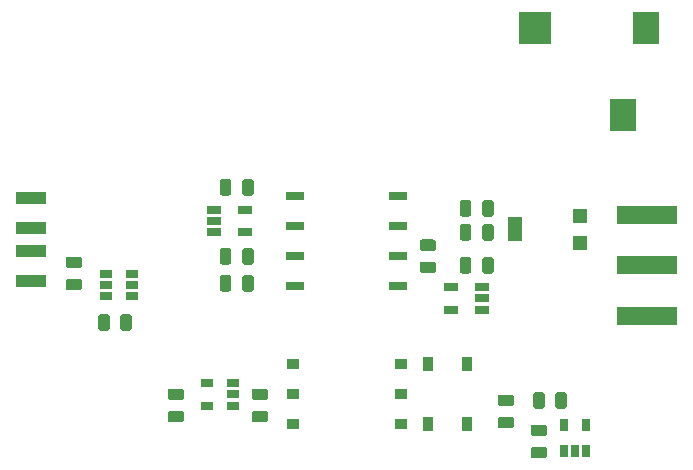
<source format=gbr>
G04 #@! TF.GenerationSoftware,KiCad,Pcbnew,5.1.5*
G04 #@! TF.CreationDate,2020-06-04T17:32:55-05:00*
G04 #@! TF.ProjectId,Receiver,52656365-6976-4657-922e-6b696361645f,rev?*
G04 #@! TF.SameCoordinates,Original*
G04 #@! TF.FileFunction,Paste,Top*
G04 #@! TF.FilePolarity,Positive*
%FSLAX46Y46*%
G04 Gerber Fmt 4.6, Leading zero omitted, Abs format (unit mm)*
G04 Created by KiCad (PCBNEW 5.1.5) date 2020-06-04 17:32:55*
%MOMM*%
%LPD*%
G04 APERTURE LIST*
%ADD10R,1.060000X0.650000*%
%ADD11C,0.100000*%
%ADD12R,0.900000X1.200000*%
%ADD13R,2.500000X1.100000*%
%ADD14R,5.080000X1.500000*%
%ADD15R,2.200000X2.800000*%
%ADD16R,2.800000X2.800000*%
%ADD17R,1.300000X1.300000*%
%ADD18R,1.300000X2.000000*%
%ADD19R,1.120000X0.960000*%
%ADD20R,1.220000X0.650000*%
%ADD21R,1.550000X0.650000*%
%ADD22R,0.650000X1.060000*%
G04 APERTURE END LIST*
D10*
X146644000Y-117282000D03*
X146644000Y-115382000D03*
X148844000Y-115382000D03*
X148844000Y-116332000D03*
X148844000Y-117282000D03*
D11*
G36*
X135862142Y-106544674D02*
G01*
X135885803Y-106548184D01*
X135909007Y-106553996D01*
X135931529Y-106562054D01*
X135953153Y-106572282D01*
X135973670Y-106584579D01*
X135992883Y-106598829D01*
X136010607Y-106614893D01*
X136026671Y-106632617D01*
X136040921Y-106651830D01*
X136053218Y-106672347D01*
X136063446Y-106693971D01*
X136071504Y-106716493D01*
X136077316Y-106739697D01*
X136080826Y-106763358D01*
X136082000Y-106787250D01*
X136082000Y-107274750D01*
X136080826Y-107298642D01*
X136077316Y-107322303D01*
X136071504Y-107345507D01*
X136063446Y-107368029D01*
X136053218Y-107389653D01*
X136040921Y-107410170D01*
X136026671Y-107429383D01*
X136010607Y-107447107D01*
X135992883Y-107463171D01*
X135973670Y-107477421D01*
X135953153Y-107489718D01*
X135931529Y-107499946D01*
X135909007Y-107508004D01*
X135885803Y-107513816D01*
X135862142Y-107517326D01*
X135838250Y-107518500D01*
X134925750Y-107518500D01*
X134901858Y-107517326D01*
X134878197Y-107513816D01*
X134854993Y-107508004D01*
X134832471Y-107499946D01*
X134810847Y-107489718D01*
X134790330Y-107477421D01*
X134771117Y-107463171D01*
X134753393Y-107447107D01*
X134737329Y-107429383D01*
X134723079Y-107410170D01*
X134710782Y-107389653D01*
X134700554Y-107368029D01*
X134692496Y-107345507D01*
X134686684Y-107322303D01*
X134683174Y-107298642D01*
X134682000Y-107274750D01*
X134682000Y-106787250D01*
X134683174Y-106763358D01*
X134686684Y-106739697D01*
X134692496Y-106716493D01*
X134700554Y-106693971D01*
X134710782Y-106672347D01*
X134723079Y-106651830D01*
X134737329Y-106632617D01*
X134753393Y-106614893D01*
X134771117Y-106598829D01*
X134790330Y-106584579D01*
X134810847Y-106572282D01*
X134832471Y-106562054D01*
X134854993Y-106553996D01*
X134878197Y-106548184D01*
X134901858Y-106544674D01*
X134925750Y-106543500D01*
X135838250Y-106543500D01*
X135862142Y-106544674D01*
G37*
G36*
X135862142Y-104669674D02*
G01*
X135885803Y-104673184D01*
X135909007Y-104678996D01*
X135931529Y-104687054D01*
X135953153Y-104697282D01*
X135973670Y-104709579D01*
X135992883Y-104723829D01*
X136010607Y-104739893D01*
X136026671Y-104757617D01*
X136040921Y-104776830D01*
X136053218Y-104797347D01*
X136063446Y-104818971D01*
X136071504Y-104841493D01*
X136077316Y-104864697D01*
X136080826Y-104888358D01*
X136082000Y-104912250D01*
X136082000Y-105399750D01*
X136080826Y-105423642D01*
X136077316Y-105447303D01*
X136071504Y-105470507D01*
X136063446Y-105493029D01*
X136053218Y-105514653D01*
X136040921Y-105535170D01*
X136026671Y-105554383D01*
X136010607Y-105572107D01*
X135992883Y-105588171D01*
X135973670Y-105602421D01*
X135953153Y-105614718D01*
X135931529Y-105624946D01*
X135909007Y-105633004D01*
X135885803Y-105638816D01*
X135862142Y-105642326D01*
X135838250Y-105643500D01*
X134925750Y-105643500D01*
X134901858Y-105642326D01*
X134878197Y-105638816D01*
X134854993Y-105633004D01*
X134832471Y-105624946D01*
X134810847Y-105614718D01*
X134790330Y-105602421D01*
X134771117Y-105588171D01*
X134753393Y-105572107D01*
X134737329Y-105554383D01*
X134723079Y-105535170D01*
X134710782Y-105514653D01*
X134700554Y-105493029D01*
X134692496Y-105470507D01*
X134686684Y-105447303D01*
X134683174Y-105423642D01*
X134682000Y-105399750D01*
X134682000Y-104912250D01*
X134683174Y-104888358D01*
X134686684Y-104864697D01*
X134692496Y-104841493D01*
X134700554Y-104818971D01*
X134710782Y-104797347D01*
X134723079Y-104776830D01*
X134737329Y-104757617D01*
X134753393Y-104739893D01*
X134771117Y-104723829D01*
X134790330Y-104709579D01*
X134810847Y-104697282D01*
X134832471Y-104687054D01*
X134854993Y-104678996D01*
X134878197Y-104673184D01*
X134901858Y-104669674D01*
X134925750Y-104668500D01*
X135838250Y-104668500D01*
X135862142Y-104669674D01*
G37*
G36*
X144498142Y-115845674D02*
G01*
X144521803Y-115849184D01*
X144545007Y-115854996D01*
X144567529Y-115863054D01*
X144589153Y-115873282D01*
X144609670Y-115885579D01*
X144628883Y-115899829D01*
X144646607Y-115915893D01*
X144662671Y-115933617D01*
X144676921Y-115952830D01*
X144689218Y-115973347D01*
X144699446Y-115994971D01*
X144707504Y-116017493D01*
X144713316Y-116040697D01*
X144716826Y-116064358D01*
X144718000Y-116088250D01*
X144718000Y-116575750D01*
X144716826Y-116599642D01*
X144713316Y-116623303D01*
X144707504Y-116646507D01*
X144699446Y-116669029D01*
X144689218Y-116690653D01*
X144676921Y-116711170D01*
X144662671Y-116730383D01*
X144646607Y-116748107D01*
X144628883Y-116764171D01*
X144609670Y-116778421D01*
X144589153Y-116790718D01*
X144567529Y-116800946D01*
X144545007Y-116809004D01*
X144521803Y-116814816D01*
X144498142Y-116818326D01*
X144474250Y-116819500D01*
X143561750Y-116819500D01*
X143537858Y-116818326D01*
X143514197Y-116814816D01*
X143490993Y-116809004D01*
X143468471Y-116800946D01*
X143446847Y-116790718D01*
X143426330Y-116778421D01*
X143407117Y-116764171D01*
X143389393Y-116748107D01*
X143373329Y-116730383D01*
X143359079Y-116711170D01*
X143346782Y-116690653D01*
X143336554Y-116669029D01*
X143328496Y-116646507D01*
X143322684Y-116623303D01*
X143319174Y-116599642D01*
X143318000Y-116575750D01*
X143318000Y-116088250D01*
X143319174Y-116064358D01*
X143322684Y-116040697D01*
X143328496Y-116017493D01*
X143336554Y-115994971D01*
X143346782Y-115973347D01*
X143359079Y-115952830D01*
X143373329Y-115933617D01*
X143389393Y-115915893D01*
X143407117Y-115899829D01*
X143426330Y-115885579D01*
X143446847Y-115873282D01*
X143468471Y-115863054D01*
X143490993Y-115854996D01*
X143514197Y-115849184D01*
X143537858Y-115845674D01*
X143561750Y-115844500D01*
X144474250Y-115844500D01*
X144498142Y-115845674D01*
G37*
G36*
X144498142Y-117720674D02*
G01*
X144521803Y-117724184D01*
X144545007Y-117729996D01*
X144567529Y-117738054D01*
X144589153Y-117748282D01*
X144609670Y-117760579D01*
X144628883Y-117774829D01*
X144646607Y-117790893D01*
X144662671Y-117808617D01*
X144676921Y-117827830D01*
X144689218Y-117848347D01*
X144699446Y-117869971D01*
X144707504Y-117892493D01*
X144713316Y-117915697D01*
X144716826Y-117939358D01*
X144718000Y-117963250D01*
X144718000Y-118450750D01*
X144716826Y-118474642D01*
X144713316Y-118498303D01*
X144707504Y-118521507D01*
X144699446Y-118544029D01*
X144689218Y-118565653D01*
X144676921Y-118586170D01*
X144662671Y-118605383D01*
X144646607Y-118623107D01*
X144628883Y-118639171D01*
X144609670Y-118653421D01*
X144589153Y-118665718D01*
X144567529Y-118675946D01*
X144545007Y-118684004D01*
X144521803Y-118689816D01*
X144498142Y-118693326D01*
X144474250Y-118694500D01*
X143561750Y-118694500D01*
X143537858Y-118693326D01*
X143514197Y-118689816D01*
X143490993Y-118684004D01*
X143468471Y-118675946D01*
X143446847Y-118665718D01*
X143426330Y-118653421D01*
X143407117Y-118639171D01*
X143389393Y-118623107D01*
X143373329Y-118605383D01*
X143359079Y-118586170D01*
X143346782Y-118565653D01*
X143336554Y-118544029D01*
X143328496Y-118521507D01*
X143322684Y-118498303D01*
X143319174Y-118474642D01*
X143318000Y-118450750D01*
X143318000Y-117963250D01*
X143319174Y-117939358D01*
X143322684Y-117915697D01*
X143328496Y-117892493D01*
X143336554Y-117869971D01*
X143346782Y-117848347D01*
X143359079Y-117827830D01*
X143373329Y-117808617D01*
X143389393Y-117790893D01*
X143407117Y-117774829D01*
X143426330Y-117760579D01*
X143446847Y-117748282D01*
X143468471Y-117738054D01*
X143490993Y-117729996D01*
X143514197Y-117724184D01*
X143537858Y-117720674D01*
X143561750Y-117719500D01*
X144474250Y-117719500D01*
X144498142Y-117720674D01*
G37*
G36*
X151610142Y-117720674D02*
G01*
X151633803Y-117724184D01*
X151657007Y-117729996D01*
X151679529Y-117738054D01*
X151701153Y-117748282D01*
X151721670Y-117760579D01*
X151740883Y-117774829D01*
X151758607Y-117790893D01*
X151774671Y-117808617D01*
X151788921Y-117827830D01*
X151801218Y-117848347D01*
X151811446Y-117869971D01*
X151819504Y-117892493D01*
X151825316Y-117915697D01*
X151828826Y-117939358D01*
X151830000Y-117963250D01*
X151830000Y-118450750D01*
X151828826Y-118474642D01*
X151825316Y-118498303D01*
X151819504Y-118521507D01*
X151811446Y-118544029D01*
X151801218Y-118565653D01*
X151788921Y-118586170D01*
X151774671Y-118605383D01*
X151758607Y-118623107D01*
X151740883Y-118639171D01*
X151721670Y-118653421D01*
X151701153Y-118665718D01*
X151679529Y-118675946D01*
X151657007Y-118684004D01*
X151633803Y-118689816D01*
X151610142Y-118693326D01*
X151586250Y-118694500D01*
X150673750Y-118694500D01*
X150649858Y-118693326D01*
X150626197Y-118689816D01*
X150602993Y-118684004D01*
X150580471Y-118675946D01*
X150558847Y-118665718D01*
X150538330Y-118653421D01*
X150519117Y-118639171D01*
X150501393Y-118623107D01*
X150485329Y-118605383D01*
X150471079Y-118586170D01*
X150458782Y-118565653D01*
X150448554Y-118544029D01*
X150440496Y-118521507D01*
X150434684Y-118498303D01*
X150431174Y-118474642D01*
X150430000Y-118450750D01*
X150430000Y-117963250D01*
X150431174Y-117939358D01*
X150434684Y-117915697D01*
X150440496Y-117892493D01*
X150448554Y-117869971D01*
X150458782Y-117848347D01*
X150471079Y-117827830D01*
X150485329Y-117808617D01*
X150501393Y-117790893D01*
X150519117Y-117774829D01*
X150538330Y-117760579D01*
X150558847Y-117748282D01*
X150580471Y-117738054D01*
X150602993Y-117729996D01*
X150626197Y-117724184D01*
X150649858Y-117720674D01*
X150673750Y-117719500D01*
X151586250Y-117719500D01*
X151610142Y-117720674D01*
G37*
G36*
X151610142Y-115845674D02*
G01*
X151633803Y-115849184D01*
X151657007Y-115854996D01*
X151679529Y-115863054D01*
X151701153Y-115873282D01*
X151721670Y-115885579D01*
X151740883Y-115899829D01*
X151758607Y-115915893D01*
X151774671Y-115933617D01*
X151788921Y-115952830D01*
X151801218Y-115973347D01*
X151811446Y-115994971D01*
X151819504Y-116017493D01*
X151825316Y-116040697D01*
X151828826Y-116064358D01*
X151830000Y-116088250D01*
X151830000Y-116575750D01*
X151828826Y-116599642D01*
X151825316Y-116623303D01*
X151819504Y-116646507D01*
X151811446Y-116669029D01*
X151801218Y-116690653D01*
X151788921Y-116711170D01*
X151774671Y-116730383D01*
X151758607Y-116748107D01*
X151740883Y-116764171D01*
X151721670Y-116778421D01*
X151701153Y-116790718D01*
X151679529Y-116800946D01*
X151657007Y-116809004D01*
X151633803Y-116814816D01*
X151610142Y-116818326D01*
X151586250Y-116819500D01*
X150673750Y-116819500D01*
X150649858Y-116818326D01*
X150626197Y-116814816D01*
X150602993Y-116809004D01*
X150580471Y-116800946D01*
X150558847Y-116790718D01*
X150538330Y-116778421D01*
X150519117Y-116764171D01*
X150501393Y-116748107D01*
X150485329Y-116730383D01*
X150471079Y-116711170D01*
X150458782Y-116690653D01*
X150448554Y-116669029D01*
X150440496Y-116646507D01*
X150434684Y-116623303D01*
X150431174Y-116599642D01*
X150430000Y-116575750D01*
X150430000Y-116088250D01*
X150431174Y-116064358D01*
X150434684Y-116040697D01*
X150440496Y-116017493D01*
X150448554Y-115994971D01*
X150458782Y-115973347D01*
X150471079Y-115952830D01*
X150485329Y-115933617D01*
X150501393Y-115915893D01*
X150519117Y-115899829D01*
X150538330Y-115885579D01*
X150558847Y-115873282D01*
X150580471Y-115863054D01*
X150602993Y-115854996D01*
X150626197Y-115849184D01*
X150649858Y-115845674D01*
X150673750Y-115844500D01*
X151586250Y-115844500D01*
X151610142Y-115845674D01*
G37*
G36*
X172438142Y-118228674D02*
G01*
X172461803Y-118232184D01*
X172485007Y-118237996D01*
X172507529Y-118246054D01*
X172529153Y-118256282D01*
X172549670Y-118268579D01*
X172568883Y-118282829D01*
X172586607Y-118298893D01*
X172602671Y-118316617D01*
X172616921Y-118335830D01*
X172629218Y-118356347D01*
X172639446Y-118377971D01*
X172647504Y-118400493D01*
X172653316Y-118423697D01*
X172656826Y-118447358D01*
X172658000Y-118471250D01*
X172658000Y-118958750D01*
X172656826Y-118982642D01*
X172653316Y-119006303D01*
X172647504Y-119029507D01*
X172639446Y-119052029D01*
X172629218Y-119073653D01*
X172616921Y-119094170D01*
X172602671Y-119113383D01*
X172586607Y-119131107D01*
X172568883Y-119147171D01*
X172549670Y-119161421D01*
X172529153Y-119173718D01*
X172507529Y-119183946D01*
X172485007Y-119192004D01*
X172461803Y-119197816D01*
X172438142Y-119201326D01*
X172414250Y-119202500D01*
X171501750Y-119202500D01*
X171477858Y-119201326D01*
X171454197Y-119197816D01*
X171430993Y-119192004D01*
X171408471Y-119183946D01*
X171386847Y-119173718D01*
X171366330Y-119161421D01*
X171347117Y-119147171D01*
X171329393Y-119131107D01*
X171313329Y-119113383D01*
X171299079Y-119094170D01*
X171286782Y-119073653D01*
X171276554Y-119052029D01*
X171268496Y-119029507D01*
X171262684Y-119006303D01*
X171259174Y-118982642D01*
X171258000Y-118958750D01*
X171258000Y-118471250D01*
X171259174Y-118447358D01*
X171262684Y-118423697D01*
X171268496Y-118400493D01*
X171276554Y-118377971D01*
X171286782Y-118356347D01*
X171299079Y-118335830D01*
X171313329Y-118316617D01*
X171329393Y-118298893D01*
X171347117Y-118282829D01*
X171366330Y-118268579D01*
X171386847Y-118256282D01*
X171408471Y-118246054D01*
X171430993Y-118237996D01*
X171454197Y-118232184D01*
X171477858Y-118228674D01*
X171501750Y-118227500D01*
X172414250Y-118227500D01*
X172438142Y-118228674D01*
G37*
G36*
X172438142Y-116353674D02*
G01*
X172461803Y-116357184D01*
X172485007Y-116362996D01*
X172507529Y-116371054D01*
X172529153Y-116381282D01*
X172549670Y-116393579D01*
X172568883Y-116407829D01*
X172586607Y-116423893D01*
X172602671Y-116441617D01*
X172616921Y-116460830D01*
X172629218Y-116481347D01*
X172639446Y-116502971D01*
X172647504Y-116525493D01*
X172653316Y-116548697D01*
X172656826Y-116572358D01*
X172658000Y-116596250D01*
X172658000Y-117083750D01*
X172656826Y-117107642D01*
X172653316Y-117131303D01*
X172647504Y-117154507D01*
X172639446Y-117177029D01*
X172629218Y-117198653D01*
X172616921Y-117219170D01*
X172602671Y-117238383D01*
X172586607Y-117256107D01*
X172568883Y-117272171D01*
X172549670Y-117286421D01*
X172529153Y-117298718D01*
X172507529Y-117308946D01*
X172485007Y-117317004D01*
X172461803Y-117322816D01*
X172438142Y-117326326D01*
X172414250Y-117327500D01*
X171501750Y-117327500D01*
X171477858Y-117326326D01*
X171454197Y-117322816D01*
X171430993Y-117317004D01*
X171408471Y-117308946D01*
X171386847Y-117298718D01*
X171366330Y-117286421D01*
X171347117Y-117272171D01*
X171329393Y-117256107D01*
X171313329Y-117238383D01*
X171299079Y-117219170D01*
X171286782Y-117198653D01*
X171276554Y-117177029D01*
X171268496Y-117154507D01*
X171262684Y-117131303D01*
X171259174Y-117107642D01*
X171258000Y-117083750D01*
X171258000Y-116596250D01*
X171259174Y-116572358D01*
X171262684Y-116548697D01*
X171268496Y-116525493D01*
X171276554Y-116502971D01*
X171286782Y-116481347D01*
X171299079Y-116460830D01*
X171313329Y-116441617D01*
X171329393Y-116423893D01*
X171347117Y-116407829D01*
X171366330Y-116393579D01*
X171386847Y-116381282D01*
X171408471Y-116371054D01*
X171430993Y-116362996D01*
X171454197Y-116357184D01*
X171477858Y-116353674D01*
X171501750Y-116352500D01*
X172414250Y-116352500D01*
X172438142Y-116353674D01*
G37*
G36*
X175232142Y-118893674D02*
G01*
X175255803Y-118897184D01*
X175279007Y-118902996D01*
X175301529Y-118911054D01*
X175323153Y-118921282D01*
X175343670Y-118933579D01*
X175362883Y-118947829D01*
X175380607Y-118963893D01*
X175396671Y-118981617D01*
X175410921Y-119000830D01*
X175423218Y-119021347D01*
X175433446Y-119042971D01*
X175441504Y-119065493D01*
X175447316Y-119088697D01*
X175450826Y-119112358D01*
X175452000Y-119136250D01*
X175452000Y-119623750D01*
X175450826Y-119647642D01*
X175447316Y-119671303D01*
X175441504Y-119694507D01*
X175433446Y-119717029D01*
X175423218Y-119738653D01*
X175410921Y-119759170D01*
X175396671Y-119778383D01*
X175380607Y-119796107D01*
X175362883Y-119812171D01*
X175343670Y-119826421D01*
X175323153Y-119838718D01*
X175301529Y-119848946D01*
X175279007Y-119857004D01*
X175255803Y-119862816D01*
X175232142Y-119866326D01*
X175208250Y-119867500D01*
X174295750Y-119867500D01*
X174271858Y-119866326D01*
X174248197Y-119862816D01*
X174224993Y-119857004D01*
X174202471Y-119848946D01*
X174180847Y-119838718D01*
X174160330Y-119826421D01*
X174141117Y-119812171D01*
X174123393Y-119796107D01*
X174107329Y-119778383D01*
X174093079Y-119759170D01*
X174080782Y-119738653D01*
X174070554Y-119717029D01*
X174062496Y-119694507D01*
X174056684Y-119671303D01*
X174053174Y-119647642D01*
X174052000Y-119623750D01*
X174052000Y-119136250D01*
X174053174Y-119112358D01*
X174056684Y-119088697D01*
X174062496Y-119065493D01*
X174070554Y-119042971D01*
X174080782Y-119021347D01*
X174093079Y-119000830D01*
X174107329Y-118981617D01*
X174123393Y-118963893D01*
X174141117Y-118947829D01*
X174160330Y-118933579D01*
X174180847Y-118921282D01*
X174202471Y-118911054D01*
X174224993Y-118902996D01*
X174248197Y-118897184D01*
X174271858Y-118893674D01*
X174295750Y-118892500D01*
X175208250Y-118892500D01*
X175232142Y-118893674D01*
G37*
G36*
X175232142Y-120768674D02*
G01*
X175255803Y-120772184D01*
X175279007Y-120777996D01*
X175301529Y-120786054D01*
X175323153Y-120796282D01*
X175343670Y-120808579D01*
X175362883Y-120822829D01*
X175380607Y-120838893D01*
X175396671Y-120856617D01*
X175410921Y-120875830D01*
X175423218Y-120896347D01*
X175433446Y-120917971D01*
X175441504Y-120940493D01*
X175447316Y-120963697D01*
X175450826Y-120987358D01*
X175452000Y-121011250D01*
X175452000Y-121498750D01*
X175450826Y-121522642D01*
X175447316Y-121546303D01*
X175441504Y-121569507D01*
X175433446Y-121592029D01*
X175423218Y-121613653D01*
X175410921Y-121634170D01*
X175396671Y-121653383D01*
X175380607Y-121671107D01*
X175362883Y-121687171D01*
X175343670Y-121701421D01*
X175323153Y-121713718D01*
X175301529Y-121723946D01*
X175279007Y-121732004D01*
X175255803Y-121737816D01*
X175232142Y-121741326D01*
X175208250Y-121742500D01*
X174295750Y-121742500D01*
X174271858Y-121741326D01*
X174248197Y-121737816D01*
X174224993Y-121732004D01*
X174202471Y-121723946D01*
X174180847Y-121713718D01*
X174160330Y-121701421D01*
X174141117Y-121687171D01*
X174123393Y-121671107D01*
X174107329Y-121653383D01*
X174093079Y-121634170D01*
X174080782Y-121613653D01*
X174070554Y-121592029D01*
X174062496Y-121569507D01*
X174056684Y-121546303D01*
X174053174Y-121522642D01*
X174052000Y-121498750D01*
X174052000Y-121011250D01*
X174053174Y-120987358D01*
X174056684Y-120963697D01*
X174062496Y-120940493D01*
X174070554Y-120917971D01*
X174080782Y-120896347D01*
X174093079Y-120875830D01*
X174107329Y-120856617D01*
X174123393Y-120838893D01*
X174141117Y-120822829D01*
X174160330Y-120808579D01*
X174180847Y-120796282D01*
X174202471Y-120786054D01*
X174224993Y-120777996D01*
X174248197Y-120772184D01*
X174271858Y-120768674D01*
X174295750Y-120767500D01*
X175208250Y-120767500D01*
X175232142Y-120768674D01*
G37*
G36*
X176894642Y-116141174D02*
G01*
X176918303Y-116144684D01*
X176941507Y-116150496D01*
X176964029Y-116158554D01*
X176985653Y-116168782D01*
X177006170Y-116181079D01*
X177025383Y-116195329D01*
X177043107Y-116211393D01*
X177059171Y-116229117D01*
X177073421Y-116248330D01*
X177085718Y-116268847D01*
X177095946Y-116290471D01*
X177104004Y-116312993D01*
X177109816Y-116336197D01*
X177113326Y-116359858D01*
X177114500Y-116383750D01*
X177114500Y-117296250D01*
X177113326Y-117320142D01*
X177109816Y-117343803D01*
X177104004Y-117367007D01*
X177095946Y-117389529D01*
X177085718Y-117411153D01*
X177073421Y-117431670D01*
X177059171Y-117450883D01*
X177043107Y-117468607D01*
X177025383Y-117484671D01*
X177006170Y-117498921D01*
X176985653Y-117511218D01*
X176964029Y-117521446D01*
X176941507Y-117529504D01*
X176918303Y-117535316D01*
X176894642Y-117538826D01*
X176870750Y-117540000D01*
X176383250Y-117540000D01*
X176359358Y-117538826D01*
X176335697Y-117535316D01*
X176312493Y-117529504D01*
X176289971Y-117521446D01*
X176268347Y-117511218D01*
X176247830Y-117498921D01*
X176228617Y-117484671D01*
X176210893Y-117468607D01*
X176194829Y-117450883D01*
X176180579Y-117431670D01*
X176168282Y-117411153D01*
X176158054Y-117389529D01*
X176149996Y-117367007D01*
X176144184Y-117343803D01*
X176140674Y-117320142D01*
X176139500Y-117296250D01*
X176139500Y-116383750D01*
X176140674Y-116359858D01*
X176144184Y-116336197D01*
X176149996Y-116312993D01*
X176158054Y-116290471D01*
X176168282Y-116268847D01*
X176180579Y-116248330D01*
X176194829Y-116229117D01*
X176210893Y-116211393D01*
X176228617Y-116195329D01*
X176247830Y-116181079D01*
X176268347Y-116168782D01*
X176289971Y-116158554D01*
X176312493Y-116150496D01*
X176335697Y-116144684D01*
X176359358Y-116141174D01*
X176383250Y-116140000D01*
X176870750Y-116140000D01*
X176894642Y-116141174D01*
G37*
G36*
X175019642Y-116141174D02*
G01*
X175043303Y-116144684D01*
X175066507Y-116150496D01*
X175089029Y-116158554D01*
X175110653Y-116168782D01*
X175131170Y-116181079D01*
X175150383Y-116195329D01*
X175168107Y-116211393D01*
X175184171Y-116229117D01*
X175198421Y-116248330D01*
X175210718Y-116268847D01*
X175220946Y-116290471D01*
X175229004Y-116312993D01*
X175234816Y-116336197D01*
X175238326Y-116359858D01*
X175239500Y-116383750D01*
X175239500Y-117296250D01*
X175238326Y-117320142D01*
X175234816Y-117343803D01*
X175229004Y-117367007D01*
X175220946Y-117389529D01*
X175210718Y-117411153D01*
X175198421Y-117431670D01*
X175184171Y-117450883D01*
X175168107Y-117468607D01*
X175150383Y-117484671D01*
X175131170Y-117498921D01*
X175110653Y-117511218D01*
X175089029Y-117521446D01*
X175066507Y-117529504D01*
X175043303Y-117535316D01*
X175019642Y-117538826D01*
X174995750Y-117540000D01*
X174508250Y-117540000D01*
X174484358Y-117538826D01*
X174460697Y-117535316D01*
X174437493Y-117529504D01*
X174414971Y-117521446D01*
X174393347Y-117511218D01*
X174372830Y-117498921D01*
X174353617Y-117484671D01*
X174335893Y-117468607D01*
X174319829Y-117450883D01*
X174305579Y-117431670D01*
X174293282Y-117411153D01*
X174283054Y-117389529D01*
X174274996Y-117367007D01*
X174269184Y-117343803D01*
X174265674Y-117320142D01*
X174264500Y-117296250D01*
X174264500Y-116383750D01*
X174265674Y-116359858D01*
X174269184Y-116336197D01*
X174274996Y-116312993D01*
X174283054Y-116290471D01*
X174293282Y-116268847D01*
X174305579Y-116248330D01*
X174319829Y-116229117D01*
X174335893Y-116211393D01*
X174353617Y-116195329D01*
X174372830Y-116181079D01*
X174393347Y-116168782D01*
X174414971Y-116158554D01*
X174437493Y-116150496D01*
X174460697Y-116144684D01*
X174484358Y-116141174D01*
X174508250Y-116140000D01*
X174995750Y-116140000D01*
X175019642Y-116141174D01*
G37*
G36*
X168826642Y-104711174D02*
G01*
X168850303Y-104714684D01*
X168873507Y-104720496D01*
X168896029Y-104728554D01*
X168917653Y-104738782D01*
X168938170Y-104751079D01*
X168957383Y-104765329D01*
X168975107Y-104781393D01*
X168991171Y-104799117D01*
X169005421Y-104818330D01*
X169017718Y-104838847D01*
X169027946Y-104860471D01*
X169036004Y-104882993D01*
X169041816Y-104906197D01*
X169045326Y-104929858D01*
X169046500Y-104953750D01*
X169046500Y-105866250D01*
X169045326Y-105890142D01*
X169041816Y-105913803D01*
X169036004Y-105937007D01*
X169027946Y-105959529D01*
X169017718Y-105981153D01*
X169005421Y-106001670D01*
X168991171Y-106020883D01*
X168975107Y-106038607D01*
X168957383Y-106054671D01*
X168938170Y-106068921D01*
X168917653Y-106081218D01*
X168896029Y-106091446D01*
X168873507Y-106099504D01*
X168850303Y-106105316D01*
X168826642Y-106108826D01*
X168802750Y-106110000D01*
X168315250Y-106110000D01*
X168291358Y-106108826D01*
X168267697Y-106105316D01*
X168244493Y-106099504D01*
X168221971Y-106091446D01*
X168200347Y-106081218D01*
X168179830Y-106068921D01*
X168160617Y-106054671D01*
X168142893Y-106038607D01*
X168126829Y-106020883D01*
X168112579Y-106001670D01*
X168100282Y-105981153D01*
X168090054Y-105959529D01*
X168081996Y-105937007D01*
X168076184Y-105913803D01*
X168072674Y-105890142D01*
X168071500Y-105866250D01*
X168071500Y-104953750D01*
X168072674Y-104929858D01*
X168076184Y-104906197D01*
X168081996Y-104882993D01*
X168090054Y-104860471D01*
X168100282Y-104838847D01*
X168112579Y-104818330D01*
X168126829Y-104799117D01*
X168142893Y-104781393D01*
X168160617Y-104765329D01*
X168179830Y-104751079D01*
X168200347Y-104738782D01*
X168221971Y-104728554D01*
X168244493Y-104720496D01*
X168267697Y-104714684D01*
X168291358Y-104711174D01*
X168315250Y-104710000D01*
X168802750Y-104710000D01*
X168826642Y-104711174D01*
G37*
G36*
X170701642Y-104711174D02*
G01*
X170725303Y-104714684D01*
X170748507Y-104720496D01*
X170771029Y-104728554D01*
X170792653Y-104738782D01*
X170813170Y-104751079D01*
X170832383Y-104765329D01*
X170850107Y-104781393D01*
X170866171Y-104799117D01*
X170880421Y-104818330D01*
X170892718Y-104838847D01*
X170902946Y-104860471D01*
X170911004Y-104882993D01*
X170916816Y-104906197D01*
X170920326Y-104929858D01*
X170921500Y-104953750D01*
X170921500Y-105866250D01*
X170920326Y-105890142D01*
X170916816Y-105913803D01*
X170911004Y-105937007D01*
X170902946Y-105959529D01*
X170892718Y-105981153D01*
X170880421Y-106001670D01*
X170866171Y-106020883D01*
X170850107Y-106038607D01*
X170832383Y-106054671D01*
X170813170Y-106068921D01*
X170792653Y-106081218D01*
X170771029Y-106091446D01*
X170748507Y-106099504D01*
X170725303Y-106105316D01*
X170701642Y-106108826D01*
X170677750Y-106110000D01*
X170190250Y-106110000D01*
X170166358Y-106108826D01*
X170142697Y-106105316D01*
X170119493Y-106099504D01*
X170096971Y-106091446D01*
X170075347Y-106081218D01*
X170054830Y-106068921D01*
X170035617Y-106054671D01*
X170017893Y-106038607D01*
X170001829Y-106020883D01*
X169987579Y-106001670D01*
X169975282Y-105981153D01*
X169965054Y-105959529D01*
X169956996Y-105937007D01*
X169951184Y-105913803D01*
X169947674Y-105890142D01*
X169946500Y-105866250D01*
X169946500Y-104953750D01*
X169947674Y-104929858D01*
X169951184Y-104906197D01*
X169956996Y-104882993D01*
X169965054Y-104860471D01*
X169975282Y-104838847D01*
X169987579Y-104818330D01*
X170001829Y-104799117D01*
X170017893Y-104781393D01*
X170035617Y-104765329D01*
X170054830Y-104751079D01*
X170075347Y-104738782D01*
X170096971Y-104728554D01*
X170119493Y-104720496D01*
X170142697Y-104714684D01*
X170166358Y-104711174D01*
X170190250Y-104710000D01*
X170677750Y-104710000D01*
X170701642Y-104711174D01*
G37*
G36*
X165834142Y-105099174D02*
G01*
X165857803Y-105102684D01*
X165881007Y-105108496D01*
X165903529Y-105116554D01*
X165925153Y-105126782D01*
X165945670Y-105139079D01*
X165964883Y-105153329D01*
X165982607Y-105169393D01*
X165998671Y-105187117D01*
X166012921Y-105206330D01*
X166025218Y-105226847D01*
X166035446Y-105248471D01*
X166043504Y-105270993D01*
X166049316Y-105294197D01*
X166052826Y-105317858D01*
X166054000Y-105341750D01*
X166054000Y-105829250D01*
X166052826Y-105853142D01*
X166049316Y-105876803D01*
X166043504Y-105900007D01*
X166035446Y-105922529D01*
X166025218Y-105944153D01*
X166012921Y-105964670D01*
X165998671Y-105983883D01*
X165982607Y-106001607D01*
X165964883Y-106017671D01*
X165945670Y-106031921D01*
X165925153Y-106044218D01*
X165903529Y-106054446D01*
X165881007Y-106062504D01*
X165857803Y-106068316D01*
X165834142Y-106071826D01*
X165810250Y-106073000D01*
X164897750Y-106073000D01*
X164873858Y-106071826D01*
X164850197Y-106068316D01*
X164826993Y-106062504D01*
X164804471Y-106054446D01*
X164782847Y-106044218D01*
X164762330Y-106031921D01*
X164743117Y-106017671D01*
X164725393Y-106001607D01*
X164709329Y-105983883D01*
X164695079Y-105964670D01*
X164682782Y-105944153D01*
X164672554Y-105922529D01*
X164664496Y-105900007D01*
X164658684Y-105876803D01*
X164655174Y-105853142D01*
X164654000Y-105829250D01*
X164654000Y-105341750D01*
X164655174Y-105317858D01*
X164658684Y-105294197D01*
X164664496Y-105270993D01*
X164672554Y-105248471D01*
X164682782Y-105226847D01*
X164695079Y-105206330D01*
X164709329Y-105187117D01*
X164725393Y-105169393D01*
X164743117Y-105153329D01*
X164762330Y-105139079D01*
X164782847Y-105126782D01*
X164804471Y-105116554D01*
X164826993Y-105108496D01*
X164850197Y-105102684D01*
X164873858Y-105099174D01*
X164897750Y-105098000D01*
X165810250Y-105098000D01*
X165834142Y-105099174D01*
G37*
G36*
X165834142Y-103224174D02*
G01*
X165857803Y-103227684D01*
X165881007Y-103233496D01*
X165903529Y-103241554D01*
X165925153Y-103251782D01*
X165945670Y-103264079D01*
X165964883Y-103278329D01*
X165982607Y-103294393D01*
X165998671Y-103312117D01*
X166012921Y-103331330D01*
X166025218Y-103351847D01*
X166035446Y-103373471D01*
X166043504Y-103395993D01*
X166049316Y-103419197D01*
X166052826Y-103442858D01*
X166054000Y-103466750D01*
X166054000Y-103954250D01*
X166052826Y-103978142D01*
X166049316Y-104001803D01*
X166043504Y-104025007D01*
X166035446Y-104047529D01*
X166025218Y-104069153D01*
X166012921Y-104089670D01*
X165998671Y-104108883D01*
X165982607Y-104126607D01*
X165964883Y-104142671D01*
X165945670Y-104156921D01*
X165925153Y-104169218D01*
X165903529Y-104179446D01*
X165881007Y-104187504D01*
X165857803Y-104193316D01*
X165834142Y-104196826D01*
X165810250Y-104198000D01*
X164897750Y-104198000D01*
X164873858Y-104196826D01*
X164850197Y-104193316D01*
X164826993Y-104187504D01*
X164804471Y-104179446D01*
X164782847Y-104169218D01*
X164762330Y-104156921D01*
X164743117Y-104142671D01*
X164725393Y-104126607D01*
X164709329Y-104108883D01*
X164695079Y-104089670D01*
X164682782Y-104069153D01*
X164672554Y-104047529D01*
X164664496Y-104025007D01*
X164658684Y-104001803D01*
X164655174Y-103978142D01*
X164654000Y-103954250D01*
X164654000Y-103466750D01*
X164655174Y-103442858D01*
X164658684Y-103419197D01*
X164664496Y-103395993D01*
X164672554Y-103373471D01*
X164682782Y-103351847D01*
X164695079Y-103331330D01*
X164709329Y-103312117D01*
X164725393Y-103294393D01*
X164743117Y-103278329D01*
X164762330Y-103264079D01*
X164782847Y-103251782D01*
X164804471Y-103241554D01*
X164826993Y-103233496D01*
X164850197Y-103227684D01*
X164873858Y-103224174D01*
X164897750Y-103223000D01*
X165810250Y-103223000D01*
X165834142Y-103224174D01*
G37*
G36*
X150381642Y-98107174D02*
G01*
X150405303Y-98110684D01*
X150428507Y-98116496D01*
X150451029Y-98124554D01*
X150472653Y-98134782D01*
X150493170Y-98147079D01*
X150512383Y-98161329D01*
X150530107Y-98177393D01*
X150546171Y-98195117D01*
X150560421Y-98214330D01*
X150572718Y-98234847D01*
X150582946Y-98256471D01*
X150591004Y-98278993D01*
X150596816Y-98302197D01*
X150600326Y-98325858D01*
X150601500Y-98349750D01*
X150601500Y-99262250D01*
X150600326Y-99286142D01*
X150596816Y-99309803D01*
X150591004Y-99333007D01*
X150582946Y-99355529D01*
X150572718Y-99377153D01*
X150560421Y-99397670D01*
X150546171Y-99416883D01*
X150530107Y-99434607D01*
X150512383Y-99450671D01*
X150493170Y-99464921D01*
X150472653Y-99477218D01*
X150451029Y-99487446D01*
X150428507Y-99495504D01*
X150405303Y-99501316D01*
X150381642Y-99504826D01*
X150357750Y-99506000D01*
X149870250Y-99506000D01*
X149846358Y-99504826D01*
X149822697Y-99501316D01*
X149799493Y-99495504D01*
X149776971Y-99487446D01*
X149755347Y-99477218D01*
X149734830Y-99464921D01*
X149715617Y-99450671D01*
X149697893Y-99434607D01*
X149681829Y-99416883D01*
X149667579Y-99397670D01*
X149655282Y-99377153D01*
X149645054Y-99355529D01*
X149636996Y-99333007D01*
X149631184Y-99309803D01*
X149627674Y-99286142D01*
X149626500Y-99262250D01*
X149626500Y-98349750D01*
X149627674Y-98325858D01*
X149631184Y-98302197D01*
X149636996Y-98278993D01*
X149645054Y-98256471D01*
X149655282Y-98234847D01*
X149667579Y-98214330D01*
X149681829Y-98195117D01*
X149697893Y-98177393D01*
X149715617Y-98161329D01*
X149734830Y-98147079D01*
X149755347Y-98134782D01*
X149776971Y-98124554D01*
X149799493Y-98116496D01*
X149822697Y-98110684D01*
X149846358Y-98107174D01*
X149870250Y-98106000D01*
X150357750Y-98106000D01*
X150381642Y-98107174D01*
G37*
G36*
X148506642Y-98107174D02*
G01*
X148530303Y-98110684D01*
X148553507Y-98116496D01*
X148576029Y-98124554D01*
X148597653Y-98134782D01*
X148618170Y-98147079D01*
X148637383Y-98161329D01*
X148655107Y-98177393D01*
X148671171Y-98195117D01*
X148685421Y-98214330D01*
X148697718Y-98234847D01*
X148707946Y-98256471D01*
X148716004Y-98278993D01*
X148721816Y-98302197D01*
X148725326Y-98325858D01*
X148726500Y-98349750D01*
X148726500Y-99262250D01*
X148725326Y-99286142D01*
X148721816Y-99309803D01*
X148716004Y-99333007D01*
X148707946Y-99355529D01*
X148697718Y-99377153D01*
X148685421Y-99397670D01*
X148671171Y-99416883D01*
X148655107Y-99434607D01*
X148637383Y-99450671D01*
X148618170Y-99464921D01*
X148597653Y-99477218D01*
X148576029Y-99487446D01*
X148553507Y-99495504D01*
X148530303Y-99501316D01*
X148506642Y-99504826D01*
X148482750Y-99506000D01*
X147995250Y-99506000D01*
X147971358Y-99504826D01*
X147947697Y-99501316D01*
X147924493Y-99495504D01*
X147901971Y-99487446D01*
X147880347Y-99477218D01*
X147859830Y-99464921D01*
X147840617Y-99450671D01*
X147822893Y-99434607D01*
X147806829Y-99416883D01*
X147792579Y-99397670D01*
X147780282Y-99377153D01*
X147770054Y-99355529D01*
X147761996Y-99333007D01*
X147756184Y-99309803D01*
X147752674Y-99286142D01*
X147751500Y-99262250D01*
X147751500Y-98349750D01*
X147752674Y-98325858D01*
X147756184Y-98302197D01*
X147761996Y-98278993D01*
X147770054Y-98256471D01*
X147780282Y-98234847D01*
X147792579Y-98214330D01*
X147806829Y-98195117D01*
X147822893Y-98177393D01*
X147840617Y-98161329D01*
X147859830Y-98147079D01*
X147880347Y-98134782D01*
X147901971Y-98124554D01*
X147924493Y-98116496D01*
X147947697Y-98110684D01*
X147971358Y-98107174D01*
X147995250Y-98106000D01*
X148482750Y-98106000D01*
X148506642Y-98107174D01*
G37*
G36*
X150381642Y-106235174D02*
G01*
X150405303Y-106238684D01*
X150428507Y-106244496D01*
X150451029Y-106252554D01*
X150472653Y-106262782D01*
X150493170Y-106275079D01*
X150512383Y-106289329D01*
X150530107Y-106305393D01*
X150546171Y-106323117D01*
X150560421Y-106342330D01*
X150572718Y-106362847D01*
X150582946Y-106384471D01*
X150591004Y-106406993D01*
X150596816Y-106430197D01*
X150600326Y-106453858D01*
X150601500Y-106477750D01*
X150601500Y-107390250D01*
X150600326Y-107414142D01*
X150596816Y-107437803D01*
X150591004Y-107461007D01*
X150582946Y-107483529D01*
X150572718Y-107505153D01*
X150560421Y-107525670D01*
X150546171Y-107544883D01*
X150530107Y-107562607D01*
X150512383Y-107578671D01*
X150493170Y-107592921D01*
X150472653Y-107605218D01*
X150451029Y-107615446D01*
X150428507Y-107623504D01*
X150405303Y-107629316D01*
X150381642Y-107632826D01*
X150357750Y-107634000D01*
X149870250Y-107634000D01*
X149846358Y-107632826D01*
X149822697Y-107629316D01*
X149799493Y-107623504D01*
X149776971Y-107615446D01*
X149755347Y-107605218D01*
X149734830Y-107592921D01*
X149715617Y-107578671D01*
X149697893Y-107562607D01*
X149681829Y-107544883D01*
X149667579Y-107525670D01*
X149655282Y-107505153D01*
X149645054Y-107483529D01*
X149636996Y-107461007D01*
X149631184Y-107437803D01*
X149627674Y-107414142D01*
X149626500Y-107390250D01*
X149626500Y-106477750D01*
X149627674Y-106453858D01*
X149631184Y-106430197D01*
X149636996Y-106406993D01*
X149645054Y-106384471D01*
X149655282Y-106362847D01*
X149667579Y-106342330D01*
X149681829Y-106323117D01*
X149697893Y-106305393D01*
X149715617Y-106289329D01*
X149734830Y-106275079D01*
X149755347Y-106262782D01*
X149776971Y-106252554D01*
X149799493Y-106244496D01*
X149822697Y-106238684D01*
X149846358Y-106235174D01*
X149870250Y-106234000D01*
X150357750Y-106234000D01*
X150381642Y-106235174D01*
G37*
G36*
X148506642Y-106235174D02*
G01*
X148530303Y-106238684D01*
X148553507Y-106244496D01*
X148576029Y-106252554D01*
X148597653Y-106262782D01*
X148618170Y-106275079D01*
X148637383Y-106289329D01*
X148655107Y-106305393D01*
X148671171Y-106323117D01*
X148685421Y-106342330D01*
X148697718Y-106362847D01*
X148707946Y-106384471D01*
X148716004Y-106406993D01*
X148721816Y-106430197D01*
X148725326Y-106453858D01*
X148726500Y-106477750D01*
X148726500Y-107390250D01*
X148725326Y-107414142D01*
X148721816Y-107437803D01*
X148716004Y-107461007D01*
X148707946Y-107483529D01*
X148697718Y-107505153D01*
X148685421Y-107525670D01*
X148671171Y-107544883D01*
X148655107Y-107562607D01*
X148637383Y-107578671D01*
X148618170Y-107592921D01*
X148597653Y-107605218D01*
X148576029Y-107615446D01*
X148553507Y-107623504D01*
X148530303Y-107629316D01*
X148506642Y-107632826D01*
X148482750Y-107634000D01*
X147995250Y-107634000D01*
X147971358Y-107632826D01*
X147947697Y-107629316D01*
X147924493Y-107623504D01*
X147901971Y-107615446D01*
X147880347Y-107605218D01*
X147859830Y-107592921D01*
X147840617Y-107578671D01*
X147822893Y-107562607D01*
X147806829Y-107544883D01*
X147792579Y-107525670D01*
X147780282Y-107505153D01*
X147770054Y-107483529D01*
X147761996Y-107461007D01*
X147756184Y-107437803D01*
X147752674Y-107414142D01*
X147751500Y-107390250D01*
X147751500Y-106477750D01*
X147752674Y-106453858D01*
X147756184Y-106430197D01*
X147761996Y-106406993D01*
X147770054Y-106384471D01*
X147780282Y-106362847D01*
X147792579Y-106342330D01*
X147806829Y-106323117D01*
X147822893Y-106305393D01*
X147840617Y-106289329D01*
X147859830Y-106275079D01*
X147880347Y-106262782D01*
X147901971Y-106252554D01*
X147924493Y-106244496D01*
X147947697Y-106238684D01*
X147971358Y-106235174D01*
X147995250Y-106234000D01*
X148482750Y-106234000D01*
X148506642Y-106235174D01*
G37*
D12*
X168654000Y-113792000D03*
X165354000Y-113792000D03*
X165354000Y-118872000D03*
X168654000Y-118872000D03*
D13*
X131782000Y-104236000D03*
X131782000Y-102236000D03*
X131782000Y-106736000D03*
X131782000Y-99736000D03*
D14*
X183896000Y-109660000D03*
X183896000Y-101160000D03*
X183896000Y-105410000D03*
D15*
X181864000Y-92710000D03*
X183864000Y-85310000D03*
D16*
X174464000Y-85310000D03*
D11*
G36*
X140064642Y-109537174D02*
G01*
X140088303Y-109540684D01*
X140111507Y-109546496D01*
X140134029Y-109554554D01*
X140155653Y-109564782D01*
X140176170Y-109577079D01*
X140195383Y-109591329D01*
X140213107Y-109607393D01*
X140229171Y-109625117D01*
X140243421Y-109644330D01*
X140255718Y-109664847D01*
X140265946Y-109686471D01*
X140274004Y-109708993D01*
X140279816Y-109732197D01*
X140283326Y-109755858D01*
X140284500Y-109779750D01*
X140284500Y-110692250D01*
X140283326Y-110716142D01*
X140279816Y-110739803D01*
X140274004Y-110763007D01*
X140265946Y-110785529D01*
X140255718Y-110807153D01*
X140243421Y-110827670D01*
X140229171Y-110846883D01*
X140213107Y-110864607D01*
X140195383Y-110880671D01*
X140176170Y-110894921D01*
X140155653Y-110907218D01*
X140134029Y-110917446D01*
X140111507Y-110925504D01*
X140088303Y-110931316D01*
X140064642Y-110934826D01*
X140040750Y-110936000D01*
X139553250Y-110936000D01*
X139529358Y-110934826D01*
X139505697Y-110931316D01*
X139482493Y-110925504D01*
X139459971Y-110917446D01*
X139438347Y-110907218D01*
X139417830Y-110894921D01*
X139398617Y-110880671D01*
X139380893Y-110864607D01*
X139364829Y-110846883D01*
X139350579Y-110827670D01*
X139338282Y-110807153D01*
X139328054Y-110785529D01*
X139319996Y-110763007D01*
X139314184Y-110739803D01*
X139310674Y-110716142D01*
X139309500Y-110692250D01*
X139309500Y-109779750D01*
X139310674Y-109755858D01*
X139314184Y-109732197D01*
X139319996Y-109708993D01*
X139328054Y-109686471D01*
X139338282Y-109664847D01*
X139350579Y-109644330D01*
X139364829Y-109625117D01*
X139380893Y-109607393D01*
X139398617Y-109591329D01*
X139417830Y-109577079D01*
X139438347Y-109564782D01*
X139459971Y-109554554D01*
X139482493Y-109546496D01*
X139505697Y-109540684D01*
X139529358Y-109537174D01*
X139553250Y-109536000D01*
X140040750Y-109536000D01*
X140064642Y-109537174D01*
G37*
G36*
X138189642Y-109537174D02*
G01*
X138213303Y-109540684D01*
X138236507Y-109546496D01*
X138259029Y-109554554D01*
X138280653Y-109564782D01*
X138301170Y-109577079D01*
X138320383Y-109591329D01*
X138338107Y-109607393D01*
X138354171Y-109625117D01*
X138368421Y-109644330D01*
X138380718Y-109664847D01*
X138390946Y-109686471D01*
X138399004Y-109708993D01*
X138404816Y-109732197D01*
X138408326Y-109755858D01*
X138409500Y-109779750D01*
X138409500Y-110692250D01*
X138408326Y-110716142D01*
X138404816Y-110739803D01*
X138399004Y-110763007D01*
X138390946Y-110785529D01*
X138380718Y-110807153D01*
X138368421Y-110827670D01*
X138354171Y-110846883D01*
X138338107Y-110864607D01*
X138320383Y-110880671D01*
X138301170Y-110894921D01*
X138280653Y-110907218D01*
X138259029Y-110917446D01*
X138236507Y-110925504D01*
X138213303Y-110931316D01*
X138189642Y-110934826D01*
X138165750Y-110936000D01*
X137678250Y-110936000D01*
X137654358Y-110934826D01*
X137630697Y-110931316D01*
X137607493Y-110925504D01*
X137584971Y-110917446D01*
X137563347Y-110907218D01*
X137542830Y-110894921D01*
X137523617Y-110880671D01*
X137505893Y-110864607D01*
X137489829Y-110846883D01*
X137475579Y-110827670D01*
X137463282Y-110807153D01*
X137453054Y-110785529D01*
X137444996Y-110763007D01*
X137439184Y-110739803D01*
X137435674Y-110716142D01*
X137434500Y-110692250D01*
X137434500Y-109779750D01*
X137435674Y-109755858D01*
X137439184Y-109732197D01*
X137444996Y-109708993D01*
X137453054Y-109686471D01*
X137463282Y-109664847D01*
X137475579Y-109644330D01*
X137489829Y-109625117D01*
X137505893Y-109607393D01*
X137523617Y-109591329D01*
X137542830Y-109577079D01*
X137563347Y-109564782D01*
X137584971Y-109554554D01*
X137607493Y-109546496D01*
X137630697Y-109540684D01*
X137654358Y-109537174D01*
X137678250Y-109536000D01*
X138165750Y-109536000D01*
X138189642Y-109537174D01*
G37*
G36*
X170701642Y-101917174D02*
G01*
X170725303Y-101920684D01*
X170748507Y-101926496D01*
X170771029Y-101934554D01*
X170792653Y-101944782D01*
X170813170Y-101957079D01*
X170832383Y-101971329D01*
X170850107Y-101987393D01*
X170866171Y-102005117D01*
X170880421Y-102024330D01*
X170892718Y-102044847D01*
X170902946Y-102066471D01*
X170911004Y-102088993D01*
X170916816Y-102112197D01*
X170920326Y-102135858D01*
X170921500Y-102159750D01*
X170921500Y-103072250D01*
X170920326Y-103096142D01*
X170916816Y-103119803D01*
X170911004Y-103143007D01*
X170902946Y-103165529D01*
X170892718Y-103187153D01*
X170880421Y-103207670D01*
X170866171Y-103226883D01*
X170850107Y-103244607D01*
X170832383Y-103260671D01*
X170813170Y-103274921D01*
X170792653Y-103287218D01*
X170771029Y-103297446D01*
X170748507Y-103305504D01*
X170725303Y-103311316D01*
X170701642Y-103314826D01*
X170677750Y-103316000D01*
X170190250Y-103316000D01*
X170166358Y-103314826D01*
X170142697Y-103311316D01*
X170119493Y-103305504D01*
X170096971Y-103297446D01*
X170075347Y-103287218D01*
X170054830Y-103274921D01*
X170035617Y-103260671D01*
X170017893Y-103244607D01*
X170001829Y-103226883D01*
X169987579Y-103207670D01*
X169975282Y-103187153D01*
X169965054Y-103165529D01*
X169956996Y-103143007D01*
X169951184Y-103119803D01*
X169947674Y-103096142D01*
X169946500Y-103072250D01*
X169946500Y-102159750D01*
X169947674Y-102135858D01*
X169951184Y-102112197D01*
X169956996Y-102088993D01*
X169965054Y-102066471D01*
X169975282Y-102044847D01*
X169987579Y-102024330D01*
X170001829Y-102005117D01*
X170017893Y-101987393D01*
X170035617Y-101971329D01*
X170054830Y-101957079D01*
X170075347Y-101944782D01*
X170096971Y-101934554D01*
X170119493Y-101926496D01*
X170142697Y-101920684D01*
X170166358Y-101917174D01*
X170190250Y-101916000D01*
X170677750Y-101916000D01*
X170701642Y-101917174D01*
G37*
G36*
X168826642Y-101917174D02*
G01*
X168850303Y-101920684D01*
X168873507Y-101926496D01*
X168896029Y-101934554D01*
X168917653Y-101944782D01*
X168938170Y-101957079D01*
X168957383Y-101971329D01*
X168975107Y-101987393D01*
X168991171Y-102005117D01*
X169005421Y-102024330D01*
X169017718Y-102044847D01*
X169027946Y-102066471D01*
X169036004Y-102088993D01*
X169041816Y-102112197D01*
X169045326Y-102135858D01*
X169046500Y-102159750D01*
X169046500Y-103072250D01*
X169045326Y-103096142D01*
X169041816Y-103119803D01*
X169036004Y-103143007D01*
X169027946Y-103165529D01*
X169017718Y-103187153D01*
X169005421Y-103207670D01*
X168991171Y-103226883D01*
X168975107Y-103244607D01*
X168957383Y-103260671D01*
X168938170Y-103274921D01*
X168917653Y-103287218D01*
X168896029Y-103297446D01*
X168873507Y-103305504D01*
X168850303Y-103311316D01*
X168826642Y-103314826D01*
X168802750Y-103316000D01*
X168315250Y-103316000D01*
X168291358Y-103314826D01*
X168267697Y-103311316D01*
X168244493Y-103305504D01*
X168221971Y-103297446D01*
X168200347Y-103287218D01*
X168179830Y-103274921D01*
X168160617Y-103260671D01*
X168142893Y-103244607D01*
X168126829Y-103226883D01*
X168112579Y-103207670D01*
X168100282Y-103187153D01*
X168090054Y-103165529D01*
X168081996Y-103143007D01*
X168076184Y-103119803D01*
X168072674Y-103096142D01*
X168071500Y-103072250D01*
X168071500Y-102159750D01*
X168072674Y-102135858D01*
X168076184Y-102112197D01*
X168081996Y-102088993D01*
X168090054Y-102066471D01*
X168100282Y-102044847D01*
X168112579Y-102024330D01*
X168126829Y-102005117D01*
X168142893Y-101987393D01*
X168160617Y-101971329D01*
X168179830Y-101957079D01*
X168200347Y-101944782D01*
X168221971Y-101934554D01*
X168244493Y-101926496D01*
X168267697Y-101920684D01*
X168291358Y-101917174D01*
X168315250Y-101916000D01*
X168802750Y-101916000D01*
X168826642Y-101917174D01*
G37*
G36*
X170701642Y-99885174D02*
G01*
X170725303Y-99888684D01*
X170748507Y-99894496D01*
X170771029Y-99902554D01*
X170792653Y-99912782D01*
X170813170Y-99925079D01*
X170832383Y-99939329D01*
X170850107Y-99955393D01*
X170866171Y-99973117D01*
X170880421Y-99992330D01*
X170892718Y-100012847D01*
X170902946Y-100034471D01*
X170911004Y-100056993D01*
X170916816Y-100080197D01*
X170920326Y-100103858D01*
X170921500Y-100127750D01*
X170921500Y-101040250D01*
X170920326Y-101064142D01*
X170916816Y-101087803D01*
X170911004Y-101111007D01*
X170902946Y-101133529D01*
X170892718Y-101155153D01*
X170880421Y-101175670D01*
X170866171Y-101194883D01*
X170850107Y-101212607D01*
X170832383Y-101228671D01*
X170813170Y-101242921D01*
X170792653Y-101255218D01*
X170771029Y-101265446D01*
X170748507Y-101273504D01*
X170725303Y-101279316D01*
X170701642Y-101282826D01*
X170677750Y-101284000D01*
X170190250Y-101284000D01*
X170166358Y-101282826D01*
X170142697Y-101279316D01*
X170119493Y-101273504D01*
X170096971Y-101265446D01*
X170075347Y-101255218D01*
X170054830Y-101242921D01*
X170035617Y-101228671D01*
X170017893Y-101212607D01*
X170001829Y-101194883D01*
X169987579Y-101175670D01*
X169975282Y-101155153D01*
X169965054Y-101133529D01*
X169956996Y-101111007D01*
X169951184Y-101087803D01*
X169947674Y-101064142D01*
X169946500Y-101040250D01*
X169946500Y-100127750D01*
X169947674Y-100103858D01*
X169951184Y-100080197D01*
X169956996Y-100056993D01*
X169965054Y-100034471D01*
X169975282Y-100012847D01*
X169987579Y-99992330D01*
X170001829Y-99973117D01*
X170017893Y-99955393D01*
X170035617Y-99939329D01*
X170054830Y-99925079D01*
X170075347Y-99912782D01*
X170096971Y-99902554D01*
X170119493Y-99894496D01*
X170142697Y-99888684D01*
X170166358Y-99885174D01*
X170190250Y-99884000D01*
X170677750Y-99884000D01*
X170701642Y-99885174D01*
G37*
G36*
X168826642Y-99885174D02*
G01*
X168850303Y-99888684D01*
X168873507Y-99894496D01*
X168896029Y-99902554D01*
X168917653Y-99912782D01*
X168938170Y-99925079D01*
X168957383Y-99939329D01*
X168975107Y-99955393D01*
X168991171Y-99973117D01*
X169005421Y-99992330D01*
X169017718Y-100012847D01*
X169027946Y-100034471D01*
X169036004Y-100056993D01*
X169041816Y-100080197D01*
X169045326Y-100103858D01*
X169046500Y-100127750D01*
X169046500Y-101040250D01*
X169045326Y-101064142D01*
X169041816Y-101087803D01*
X169036004Y-101111007D01*
X169027946Y-101133529D01*
X169017718Y-101155153D01*
X169005421Y-101175670D01*
X168991171Y-101194883D01*
X168975107Y-101212607D01*
X168957383Y-101228671D01*
X168938170Y-101242921D01*
X168917653Y-101255218D01*
X168896029Y-101265446D01*
X168873507Y-101273504D01*
X168850303Y-101279316D01*
X168826642Y-101282826D01*
X168802750Y-101284000D01*
X168315250Y-101284000D01*
X168291358Y-101282826D01*
X168267697Y-101279316D01*
X168244493Y-101273504D01*
X168221971Y-101265446D01*
X168200347Y-101255218D01*
X168179830Y-101242921D01*
X168160617Y-101228671D01*
X168142893Y-101212607D01*
X168126829Y-101194883D01*
X168112579Y-101175670D01*
X168100282Y-101155153D01*
X168090054Y-101133529D01*
X168081996Y-101111007D01*
X168076184Y-101087803D01*
X168072674Y-101064142D01*
X168071500Y-101040250D01*
X168071500Y-100127750D01*
X168072674Y-100103858D01*
X168076184Y-100080197D01*
X168081996Y-100056993D01*
X168090054Y-100034471D01*
X168100282Y-100012847D01*
X168112579Y-99992330D01*
X168126829Y-99973117D01*
X168142893Y-99955393D01*
X168160617Y-99939329D01*
X168179830Y-99925079D01*
X168200347Y-99912782D01*
X168221971Y-99902554D01*
X168244493Y-99894496D01*
X168267697Y-99888684D01*
X168291358Y-99885174D01*
X168315250Y-99884000D01*
X168802750Y-99884000D01*
X168826642Y-99885174D01*
G37*
G36*
X150381642Y-103949174D02*
G01*
X150405303Y-103952684D01*
X150428507Y-103958496D01*
X150451029Y-103966554D01*
X150472653Y-103976782D01*
X150493170Y-103989079D01*
X150512383Y-104003329D01*
X150530107Y-104019393D01*
X150546171Y-104037117D01*
X150560421Y-104056330D01*
X150572718Y-104076847D01*
X150582946Y-104098471D01*
X150591004Y-104120993D01*
X150596816Y-104144197D01*
X150600326Y-104167858D01*
X150601500Y-104191750D01*
X150601500Y-105104250D01*
X150600326Y-105128142D01*
X150596816Y-105151803D01*
X150591004Y-105175007D01*
X150582946Y-105197529D01*
X150572718Y-105219153D01*
X150560421Y-105239670D01*
X150546171Y-105258883D01*
X150530107Y-105276607D01*
X150512383Y-105292671D01*
X150493170Y-105306921D01*
X150472653Y-105319218D01*
X150451029Y-105329446D01*
X150428507Y-105337504D01*
X150405303Y-105343316D01*
X150381642Y-105346826D01*
X150357750Y-105348000D01*
X149870250Y-105348000D01*
X149846358Y-105346826D01*
X149822697Y-105343316D01*
X149799493Y-105337504D01*
X149776971Y-105329446D01*
X149755347Y-105319218D01*
X149734830Y-105306921D01*
X149715617Y-105292671D01*
X149697893Y-105276607D01*
X149681829Y-105258883D01*
X149667579Y-105239670D01*
X149655282Y-105219153D01*
X149645054Y-105197529D01*
X149636996Y-105175007D01*
X149631184Y-105151803D01*
X149627674Y-105128142D01*
X149626500Y-105104250D01*
X149626500Y-104191750D01*
X149627674Y-104167858D01*
X149631184Y-104144197D01*
X149636996Y-104120993D01*
X149645054Y-104098471D01*
X149655282Y-104076847D01*
X149667579Y-104056330D01*
X149681829Y-104037117D01*
X149697893Y-104019393D01*
X149715617Y-104003329D01*
X149734830Y-103989079D01*
X149755347Y-103976782D01*
X149776971Y-103966554D01*
X149799493Y-103958496D01*
X149822697Y-103952684D01*
X149846358Y-103949174D01*
X149870250Y-103948000D01*
X150357750Y-103948000D01*
X150381642Y-103949174D01*
G37*
G36*
X148506642Y-103949174D02*
G01*
X148530303Y-103952684D01*
X148553507Y-103958496D01*
X148576029Y-103966554D01*
X148597653Y-103976782D01*
X148618170Y-103989079D01*
X148637383Y-104003329D01*
X148655107Y-104019393D01*
X148671171Y-104037117D01*
X148685421Y-104056330D01*
X148697718Y-104076847D01*
X148707946Y-104098471D01*
X148716004Y-104120993D01*
X148721816Y-104144197D01*
X148725326Y-104167858D01*
X148726500Y-104191750D01*
X148726500Y-105104250D01*
X148725326Y-105128142D01*
X148721816Y-105151803D01*
X148716004Y-105175007D01*
X148707946Y-105197529D01*
X148697718Y-105219153D01*
X148685421Y-105239670D01*
X148671171Y-105258883D01*
X148655107Y-105276607D01*
X148637383Y-105292671D01*
X148618170Y-105306921D01*
X148597653Y-105319218D01*
X148576029Y-105329446D01*
X148553507Y-105337504D01*
X148530303Y-105343316D01*
X148506642Y-105346826D01*
X148482750Y-105348000D01*
X147995250Y-105348000D01*
X147971358Y-105346826D01*
X147947697Y-105343316D01*
X147924493Y-105337504D01*
X147901971Y-105329446D01*
X147880347Y-105319218D01*
X147859830Y-105306921D01*
X147840617Y-105292671D01*
X147822893Y-105276607D01*
X147806829Y-105258883D01*
X147792579Y-105239670D01*
X147780282Y-105219153D01*
X147770054Y-105197529D01*
X147761996Y-105175007D01*
X147756184Y-105151803D01*
X147752674Y-105128142D01*
X147751500Y-105104250D01*
X147751500Y-104191750D01*
X147752674Y-104167858D01*
X147756184Y-104144197D01*
X147761996Y-104120993D01*
X147770054Y-104098471D01*
X147780282Y-104076847D01*
X147792579Y-104056330D01*
X147806829Y-104037117D01*
X147822893Y-104019393D01*
X147840617Y-104003329D01*
X147859830Y-103989079D01*
X147880347Y-103976782D01*
X147901971Y-103966554D01*
X147924493Y-103958496D01*
X147947697Y-103952684D01*
X147971358Y-103949174D01*
X147995250Y-103948000D01*
X148482750Y-103948000D01*
X148506642Y-103949174D01*
G37*
D17*
X178264000Y-101212000D03*
D18*
X172764000Y-102362000D03*
D17*
X178264000Y-103512000D03*
D19*
X153924000Y-113792000D03*
X153924000Y-116332000D03*
X153924000Y-118872000D03*
X163068000Y-118872000D03*
X163068000Y-116332000D03*
X163068000Y-113792000D03*
D10*
X140292000Y-108011000D03*
X140292000Y-107061000D03*
X140292000Y-106111000D03*
X138092000Y-106111000D03*
X138092000Y-108011000D03*
X138092000Y-107061000D03*
D20*
X169966000Y-109154000D03*
X169966000Y-108204000D03*
X169966000Y-107254000D03*
X167346000Y-107254000D03*
X167346000Y-109154000D03*
D21*
X154146000Y-107188000D03*
X162846000Y-107188000D03*
X154146000Y-104648000D03*
X162846000Y-104648000D03*
X154146000Y-102108000D03*
X162846000Y-102108000D03*
X154146000Y-99568000D03*
X162846000Y-99568000D03*
D20*
X149860000Y-100716000D03*
X149860000Y-102616000D03*
X147240000Y-102616000D03*
X147240000Y-101666000D03*
X147240000Y-100716000D03*
D22*
X176850000Y-121158000D03*
X177800000Y-121158000D03*
X178750000Y-121158000D03*
X178750000Y-118958000D03*
X176850000Y-118958000D03*
M02*

</source>
